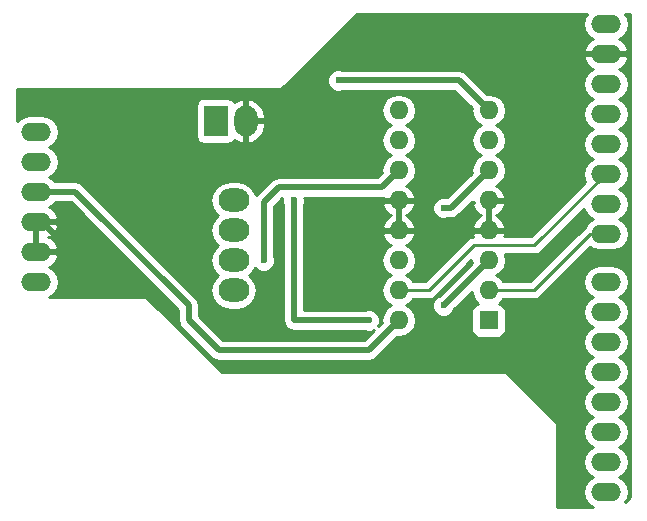
<source format=gbl>
G04 #@! TF.FileFunction,Copper,L2,Bot,Signal*
%FSLAX46Y46*%
G04 Gerber Fmt 4.6, Leading zero omitted, Abs format (unit mm)*
G04 Created by KiCad (PCBNEW 4.0.6) date Wed Jun 28 23:47:14 2017*
%MOMM*%
%LPD*%
G01*
G04 APERTURE LIST*
%ADD10C,0.100000*%
%ADD11O,2.540000X1.524000*%
%ADD12R,1.600000X1.600000*%
%ADD13O,1.600000X1.600000*%
%ADD14O,2.600000X2.000000*%
%ADD15R,2.000000X2.600000*%
%ADD16O,2.000000X2.600000*%
%ADD17C,0.600000*%
%ADD18C,0.508000*%
%ADD19C,0.250000*%
%ADD20C,0.254000*%
G04 APERTURE END LIST*
D10*
D11*
X157251400Y-99606100D03*
X157251400Y-97066100D03*
X157251400Y-94526100D03*
X157251400Y-89446100D03*
X157251400Y-86906100D03*
X205511400Y-117386100D03*
X205511400Y-114846100D03*
X205511400Y-112306100D03*
X205511400Y-109766100D03*
X205511400Y-107226100D03*
X205511400Y-104686100D03*
X205511400Y-102146100D03*
X205511400Y-99606100D03*
X205511400Y-95542100D03*
X205511400Y-93002100D03*
X205511400Y-90462100D03*
X205511400Y-87922100D03*
X205511400Y-85382100D03*
X205511400Y-82842100D03*
X205511400Y-80302100D03*
X205511400Y-77762100D03*
X157251400Y-91986100D03*
D12*
X195580000Y-102870000D03*
D13*
X187960000Y-85090000D03*
X195580000Y-100330000D03*
X187960000Y-87630000D03*
X195580000Y-97790000D03*
X187960000Y-90170000D03*
X195580000Y-95250000D03*
X187960000Y-92710000D03*
X195580000Y-92710000D03*
X187960000Y-95250000D03*
X195580000Y-90170000D03*
X187960000Y-97790000D03*
X195580000Y-87630000D03*
X187960000Y-100330000D03*
X195580000Y-85090000D03*
X187960000Y-102870000D03*
D14*
X173990000Y-100330000D03*
X173990000Y-97790000D03*
X173990000Y-95250000D03*
X173990000Y-92710000D03*
D15*
X172466000Y-85979000D03*
D16*
X175006000Y-85979000D03*
D17*
X179070000Y-92710000D03*
X191770000Y-101600000D03*
X185420000Y-102870000D03*
X191770000Y-93345000D03*
X176530000Y-97790000D03*
X181610000Y-86360000D03*
X179070000Y-88900000D03*
X182880000Y-93980000D03*
X184150000Y-97790000D03*
X162560000Y-86360000D03*
X162560000Y-90170000D03*
X165100000Y-92710000D03*
X161290000Y-97790000D03*
X179705000Y-83820000D03*
X182245000Y-81280000D03*
X187325000Y-81280000D03*
X197485000Y-86360000D03*
X201930000Y-90170000D03*
X201930000Y-86995000D03*
X196215000Y-81915000D03*
X202565000Y-81915000D03*
X200025000Y-97790000D03*
X200025000Y-97790000D03*
X202565000Y-102870000D03*
X199390000Y-107950000D03*
X202565000Y-109220000D03*
X202565000Y-106045000D03*
X202565000Y-99695000D03*
X191135000Y-89535000D03*
X189865000Y-90170000D03*
X191135000Y-90805000D03*
X189865000Y-91440000D03*
X191135000Y-92075000D03*
X189865000Y-92710000D03*
X198120000Y-91440000D03*
X196850000Y-91440000D03*
X198120000Y-92710000D03*
X196850000Y-93980000D03*
X198120000Y-93980000D03*
X198120000Y-95250000D03*
X194310000Y-93980000D03*
X191135000Y-97790000D03*
X189865000Y-97790000D03*
X189865000Y-96520000D03*
X191135000Y-96520000D03*
X191135000Y-95250000D03*
X189865000Y-95250000D03*
X174625000Y-90170000D03*
X177165000Y-85725000D03*
X160020000Y-93980000D03*
X182880000Y-82550000D03*
D18*
X195580000Y-97790000D02*
X191770000Y-101600000D01*
X179070000Y-102870000D02*
X185420000Y-102870000D01*
X179070000Y-92710000D02*
X179070000Y-102870000D01*
D19*
X179070000Y-102870000D02*
X179070000Y-100330000D01*
X179070000Y-100330000D02*
X179070000Y-97790000D01*
D18*
X192405000Y-93345000D02*
X191770000Y-93345000D01*
X195580000Y-90170000D02*
X192405000Y-93345000D01*
X176530000Y-92870000D02*
X176530000Y-97790000D01*
X177800000Y-91600000D02*
X186530000Y-91600000D01*
X186530000Y-91600000D02*
X187960000Y-90170000D01*
X176530000Y-92870000D02*
X177800000Y-91600000D01*
D19*
X173990000Y-97790000D02*
X174290000Y-97790000D01*
X195580000Y-100330000D02*
X199390000Y-100330000D01*
X204177900Y-95542100D02*
X205511400Y-95542100D01*
X199390000Y-100330000D02*
X204177900Y-95542100D01*
X187960000Y-100330000D02*
X190500000Y-100330000D01*
X199453500Y-96520000D02*
X205511400Y-90462100D01*
X194310000Y-96520000D02*
X199453500Y-96520000D01*
X190500000Y-100330000D02*
X194310000Y-96520000D01*
D18*
X172720000Y-105410000D02*
X185420000Y-105410000D01*
X185420000Y-105410000D02*
X187960000Y-102870000D01*
X170180000Y-102870000D02*
X172720000Y-105410000D01*
X170180000Y-101600000D02*
X170180000Y-102870000D01*
X160566100Y-91986100D02*
X170180000Y-101600000D01*
X157251400Y-91986100D02*
X160566100Y-91986100D01*
X181610000Y-86360000D02*
X181610000Y-85090000D01*
X181610000Y-85090000D02*
X182117990Y-85597990D01*
X179705000Y-83820000D02*
X179705000Y-88265000D01*
X179705000Y-88265000D02*
X179070000Y-88900000D01*
X184150000Y-97790000D02*
X184150000Y-95250000D01*
X184150000Y-95250000D02*
X182880000Y-93980000D01*
X165100000Y-92710000D02*
X162560000Y-90170000D01*
X157251400Y-94526100D02*
X157759400Y-94526100D01*
X157759400Y-94526100D02*
X161023300Y-97790000D01*
X161023300Y-97790000D02*
X161290000Y-97790000D01*
X187325000Y-81280000D02*
X182245000Y-81280000D01*
X182245000Y-81280000D02*
X179705000Y-83820000D01*
X196215000Y-81915000D02*
X195580000Y-81280000D01*
X195580000Y-81280000D02*
X187325000Y-81280000D01*
X201930000Y-86995000D02*
X201930000Y-90170000D01*
X202565000Y-81915000D02*
X196215000Y-81915000D01*
X202565000Y-99695000D02*
X202565000Y-102870000D01*
X202565000Y-106045000D02*
X202565000Y-102870000D01*
X202565000Y-109220000D02*
X200660000Y-109220000D01*
X200660000Y-109220000D02*
X199390000Y-107950000D01*
X202565000Y-109220000D02*
X200025000Y-109220000D01*
X189865000Y-90170000D02*
X190500000Y-90170000D01*
X190500000Y-90170000D02*
X191135000Y-89535000D01*
X189865000Y-91440000D02*
X190500000Y-91440000D01*
X190500000Y-91440000D02*
X191135000Y-90805000D01*
X189865000Y-92710000D02*
X190500000Y-92710000D01*
X190500000Y-92710000D02*
X191135000Y-92075000D01*
X196850000Y-91440000D02*
X198120000Y-91440000D01*
X198120000Y-92710000D02*
X197485000Y-92075000D01*
X197485000Y-92075000D02*
X196850000Y-91440000D01*
X198120000Y-93980000D02*
X196850000Y-93980000D01*
X189865000Y-97790000D02*
X191135000Y-97790000D01*
X191135000Y-96520000D02*
X189865000Y-96520000D01*
X189865000Y-95250000D02*
X191135000Y-95250000D01*
X175006000Y-85979000D02*
X175006000Y-89789000D01*
X175006000Y-89789000D02*
X174625000Y-90170000D01*
D19*
X157251400Y-94526100D02*
X159473900Y-94526100D01*
X159473900Y-94526100D02*
X160020000Y-93980000D01*
D18*
X184150000Y-82550000D02*
X182880000Y-82550000D01*
X193040000Y-82550000D02*
X195580000Y-85090000D01*
X184150000Y-82550000D02*
X193040000Y-82550000D01*
D20*
G36*
X203675419Y-77227491D02*
X203569079Y-77762100D01*
X203675419Y-78296709D01*
X203978251Y-78749928D01*
X204414513Y-79041430D01*
X204351459Y-79060041D01*
X203925770Y-79404074D01*
X203664140Y-79884823D01*
X203649180Y-79959030D01*
X203771680Y-80175100D01*
X205384400Y-80175100D01*
X205384400Y-80155100D01*
X205638400Y-80155100D01*
X205638400Y-80175100D01*
X207251120Y-80175100D01*
X207373620Y-79959030D01*
X207358660Y-79884823D01*
X207097030Y-79404074D01*
X206671341Y-79060041D01*
X206608287Y-79041430D01*
X207044549Y-78749928D01*
X207347381Y-78296709D01*
X207453721Y-77762100D01*
X207347381Y-77227491D01*
X207135240Y-76910000D01*
X207570000Y-76910000D01*
X207570000Y-117815908D01*
X207110133Y-118275775D01*
X207347381Y-117920709D01*
X207453721Y-117386100D01*
X207347381Y-116851491D01*
X207044549Y-116398272D01*
X206622250Y-116116100D01*
X207044549Y-115833928D01*
X207347381Y-115380709D01*
X207453721Y-114846100D01*
X207347381Y-114311491D01*
X207044549Y-113858272D01*
X206622250Y-113576100D01*
X207044549Y-113293928D01*
X207347381Y-112840709D01*
X207453721Y-112306100D01*
X207347381Y-111771491D01*
X207044549Y-111318272D01*
X206622250Y-111036100D01*
X207044549Y-110753928D01*
X207347381Y-110300709D01*
X207453721Y-109766100D01*
X207347381Y-109231491D01*
X207044549Y-108778272D01*
X206622250Y-108496100D01*
X207044549Y-108213928D01*
X207347381Y-107760709D01*
X207453721Y-107226100D01*
X207347381Y-106691491D01*
X207044549Y-106238272D01*
X206622250Y-105956100D01*
X207044549Y-105673928D01*
X207347381Y-105220709D01*
X207453721Y-104686100D01*
X207347381Y-104151491D01*
X207044549Y-103698272D01*
X206622250Y-103416100D01*
X207044549Y-103133928D01*
X207347381Y-102680709D01*
X207453721Y-102146100D01*
X207347381Y-101611491D01*
X207044549Y-101158272D01*
X206622250Y-100876100D01*
X207044549Y-100593928D01*
X207347381Y-100140709D01*
X207453721Y-99606100D01*
X207347381Y-99071491D01*
X207044549Y-98618272D01*
X206591330Y-98315440D01*
X206056721Y-98209100D01*
X204966079Y-98209100D01*
X204431470Y-98315440D01*
X203978251Y-98618272D01*
X203675419Y-99071491D01*
X203569079Y-99606100D01*
X203675419Y-100140709D01*
X203978251Y-100593928D01*
X204400550Y-100876100D01*
X203978251Y-101158272D01*
X203675419Y-101611491D01*
X203569079Y-102146100D01*
X203675419Y-102680709D01*
X203978251Y-103133928D01*
X204400550Y-103416100D01*
X203978251Y-103698272D01*
X203675419Y-104151491D01*
X203569079Y-104686100D01*
X203675419Y-105220709D01*
X203978251Y-105673928D01*
X204400550Y-105956100D01*
X203978251Y-106238272D01*
X203675419Y-106691491D01*
X203569079Y-107226100D01*
X203675419Y-107760709D01*
X203978251Y-108213928D01*
X204400550Y-108496100D01*
X203978251Y-108778272D01*
X203675419Y-109231491D01*
X203569079Y-109766100D01*
X203675419Y-110300709D01*
X203978251Y-110753928D01*
X204400550Y-111036100D01*
X203978251Y-111318272D01*
X203675419Y-111771491D01*
X203569079Y-112306100D01*
X203675419Y-112840709D01*
X203978251Y-113293928D01*
X204400550Y-113576100D01*
X203978251Y-113858272D01*
X203675419Y-114311491D01*
X203569079Y-114846100D01*
X203675419Y-115380709D01*
X203978251Y-115833928D01*
X204400550Y-116116100D01*
X203978251Y-116398272D01*
X203675419Y-116851491D01*
X203569079Y-117386100D01*
X203675419Y-117920709D01*
X203978251Y-118373928D01*
X204421353Y-118670000D01*
X201370000Y-118670000D01*
X201370000Y-111760000D01*
X201315954Y-111488295D01*
X201162046Y-111257954D01*
X197352046Y-107447954D01*
X197121705Y-107294046D01*
X196850000Y-107240000D01*
X173014092Y-107240000D01*
X166872046Y-101097954D01*
X166641705Y-100944046D01*
X166370000Y-100890000D01*
X158341447Y-100890000D01*
X158784549Y-100593928D01*
X159087381Y-100140709D01*
X159193721Y-99606100D01*
X159087381Y-99071491D01*
X158784549Y-98618272D01*
X158348287Y-98326770D01*
X158411341Y-98308159D01*
X158837030Y-97964126D01*
X159098660Y-97483377D01*
X159113620Y-97409170D01*
X158991120Y-97193100D01*
X157378400Y-97193100D01*
X157378400Y-97213100D01*
X157124400Y-97213100D01*
X157124400Y-97193100D01*
X157104400Y-97193100D01*
X157104400Y-96939100D01*
X157124400Y-96939100D01*
X157124400Y-94653100D01*
X157378400Y-94653100D01*
X157378400Y-96939100D01*
X158991120Y-96939100D01*
X159113620Y-96723030D01*
X159098660Y-96648823D01*
X158837030Y-96168074D01*
X158411341Y-95824041D01*
X158316677Y-95796100D01*
X158411341Y-95768159D01*
X158837030Y-95424126D01*
X159098660Y-94943377D01*
X159113620Y-94869170D01*
X158991120Y-94653100D01*
X157378400Y-94653100D01*
X157124400Y-94653100D01*
X157104400Y-94653100D01*
X157104400Y-94399100D01*
X157124400Y-94399100D01*
X157124400Y-94379100D01*
X157378400Y-94379100D01*
X157378400Y-94399100D01*
X158991120Y-94399100D01*
X159113620Y-94183030D01*
X159098660Y-94108823D01*
X158837030Y-93628074D01*
X158411341Y-93284041D01*
X158348287Y-93265430D01*
X158784549Y-92973928D01*
X158850584Y-92875100D01*
X160197864Y-92875100D01*
X169291000Y-101968236D01*
X169291000Y-102870000D01*
X169358671Y-103210206D01*
X169482441Y-103395440D01*
X169551382Y-103498618D01*
X172091382Y-106038618D01*
X172379794Y-106231329D01*
X172720000Y-106299000D01*
X185420000Y-106299000D01*
X185760206Y-106231329D01*
X186048618Y-106038618D01*
X187807065Y-104280171D01*
X187931887Y-104305000D01*
X187988113Y-104305000D01*
X188537264Y-104195767D01*
X189002811Y-103884698D01*
X189313880Y-103419151D01*
X189423113Y-102870000D01*
X189313880Y-102320849D01*
X189002811Y-101855302D01*
X188620725Y-101600000D01*
X189002811Y-101344698D01*
X189172995Y-101090000D01*
X190500000Y-101090000D01*
X190790839Y-101032148D01*
X191037401Y-100867401D01*
X194117405Y-97787397D01*
X194116887Y-97790000D01*
X194151044Y-97961720D01*
X191351526Y-100761238D01*
X191241057Y-100806883D01*
X190977808Y-101069673D01*
X190835162Y-101413201D01*
X190834838Y-101785167D01*
X190976883Y-102128943D01*
X191239673Y-102392192D01*
X191583201Y-102534838D01*
X191955167Y-102535162D01*
X192298943Y-102393117D01*
X192562192Y-102130327D01*
X192608549Y-102018687D01*
X194146809Y-100480427D01*
X194226120Y-100879151D01*
X194537189Y-101344698D01*
X194681465Y-101441101D01*
X194544683Y-101466838D01*
X194328559Y-101605910D01*
X194183569Y-101818110D01*
X194132560Y-102070000D01*
X194132560Y-103670000D01*
X194176838Y-103905317D01*
X194315910Y-104121441D01*
X194528110Y-104266431D01*
X194780000Y-104317440D01*
X196380000Y-104317440D01*
X196615317Y-104273162D01*
X196831441Y-104134090D01*
X196976431Y-103921890D01*
X197027440Y-103670000D01*
X197027440Y-102070000D01*
X196983162Y-101834683D01*
X196844090Y-101618559D01*
X196631890Y-101473569D01*
X196476911Y-101442185D01*
X196622811Y-101344698D01*
X196792995Y-101090000D01*
X199390000Y-101090000D01*
X199680839Y-101032148D01*
X199927401Y-100867401D01*
X204150069Y-96644733D01*
X204431470Y-96832760D01*
X204966079Y-96939100D01*
X206056721Y-96939100D01*
X206591330Y-96832760D01*
X207044549Y-96529928D01*
X207347381Y-96076709D01*
X207453721Y-95542100D01*
X207347381Y-95007491D01*
X207044549Y-94554272D01*
X206622250Y-94272100D01*
X207044549Y-93989928D01*
X207347381Y-93536709D01*
X207453721Y-93002100D01*
X207347381Y-92467491D01*
X207044549Y-92014272D01*
X206622250Y-91732100D01*
X207044549Y-91449928D01*
X207347381Y-90996709D01*
X207453721Y-90462100D01*
X207347381Y-89927491D01*
X207044549Y-89474272D01*
X206622250Y-89192100D01*
X207044549Y-88909928D01*
X207347381Y-88456709D01*
X207453721Y-87922100D01*
X207347381Y-87387491D01*
X207044549Y-86934272D01*
X206622250Y-86652100D01*
X207044549Y-86369928D01*
X207347381Y-85916709D01*
X207453721Y-85382100D01*
X207347381Y-84847491D01*
X207044549Y-84394272D01*
X206622250Y-84112100D01*
X207044549Y-83829928D01*
X207347381Y-83376709D01*
X207453721Y-82842100D01*
X207347381Y-82307491D01*
X207044549Y-81854272D01*
X206608287Y-81562770D01*
X206671341Y-81544159D01*
X207097030Y-81200126D01*
X207358660Y-80719377D01*
X207373620Y-80645170D01*
X207251120Y-80429100D01*
X205638400Y-80429100D01*
X205638400Y-80449100D01*
X205384400Y-80449100D01*
X205384400Y-80429100D01*
X203771680Y-80429100D01*
X203649180Y-80645170D01*
X203664140Y-80719377D01*
X203925770Y-81200126D01*
X204351459Y-81544159D01*
X204414513Y-81562770D01*
X203978251Y-81854272D01*
X203675419Y-82307491D01*
X203569079Y-82842100D01*
X203675419Y-83376709D01*
X203978251Y-83829928D01*
X204400550Y-84112100D01*
X203978251Y-84394272D01*
X203675419Y-84847491D01*
X203569079Y-85382100D01*
X203675419Y-85916709D01*
X203978251Y-86369928D01*
X204400550Y-86652100D01*
X203978251Y-86934272D01*
X203675419Y-87387491D01*
X203569079Y-87922100D01*
X203675419Y-88456709D01*
X203978251Y-88909928D01*
X204400550Y-89192100D01*
X203978251Y-89474272D01*
X203675419Y-89927491D01*
X203569079Y-90462100D01*
X203675419Y-90996709D01*
X203766170Y-91132528D01*
X199138698Y-95760000D01*
X196905236Y-95760000D01*
X196971904Y-95599039D01*
X196849915Y-95377000D01*
X195707000Y-95377000D01*
X195707000Y-95397000D01*
X195453000Y-95397000D01*
X195453000Y-95377000D01*
X194310085Y-95377000D01*
X194188096Y-95599039D01*
X194258968Y-95770151D01*
X194019161Y-95817852D01*
X193772599Y-95982599D01*
X190185198Y-99570000D01*
X189172995Y-99570000D01*
X189002811Y-99315302D01*
X188620725Y-99060000D01*
X189002811Y-98804698D01*
X189313880Y-98339151D01*
X189423113Y-97790000D01*
X189313880Y-97240849D01*
X189002811Y-96775302D01*
X188598297Y-96505014D01*
X188815134Y-96402389D01*
X189191041Y-95987423D01*
X189351904Y-95599039D01*
X189229915Y-95377000D01*
X188087000Y-95377000D01*
X188087000Y-95397000D01*
X187833000Y-95397000D01*
X187833000Y-95377000D01*
X186690085Y-95377000D01*
X186568096Y-95599039D01*
X186728959Y-95987423D01*
X187104866Y-96402389D01*
X187321703Y-96505014D01*
X186917189Y-96775302D01*
X186606120Y-97240849D01*
X186496887Y-97790000D01*
X186606120Y-98339151D01*
X186917189Y-98804698D01*
X187299275Y-99060000D01*
X186917189Y-99315302D01*
X186606120Y-99780849D01*
X186496887Y-100330000D01*
X186606120Y-100879151D01*
X186917189Y-101344698D01*
X187299275Y-101600000D01*
X186917189Y-101855302D01*
X186606120Y-102320849D01*
X186496887Y-102870000D01*
X186531044Y-103041720D01*
X186240422Y-103332342D01*
X186354838Y-103056799D01*
X186355162Y-102684833D01*
X186213117Y-102341057D01*
X185950327Y-102077808D01*
X185606799Y-101935162D01*
X185234833Y-101934838D01*
X185123112Y-101981000D01*
X179959000Y-101981000D01*
X179959000Y-93059039D01*
X186568096Y-93059039D01*
X186728959Y-93447423D01*
X187104866Y-93862389D01*
X187353367Y-93980000D01*
X187104866Y-94097611D01*
X186728959Y-94512577D01*
X186568096Y-94900961D01*
X186690085Y-95123000D01*
X187833000Y-95123000D01*
X187833000Y-92837000D01*
X188087000Y-92837000D01*
X188087000Y-95123000D01*
X189229915Y-95123000D01*
X189351904Y-94900961D01*
X189191041Y-94512577D01*
X188815134Y-94097611D01*
X188566633Y-93980000D01*
X188815134Y-93862389D01*
X189191041Y-93447423D01*
X189351904Y-93059039D01*
X189229915Y-92837000D01*
X188087000Y-92837000D01*
X187833000Y-92837000D01*
X186690085Y-92837000D01*
X186568096Y-93059039D01*
X179959000Y-93059039D01*
X179959000Y-93007189D01*
X180004838Y-92896799D01*
X180005162Y-92524833D01*
X179990356Y-92489000D01*
X186530000Y-92489000D01*
X186627758Y-92469555D01*
X186690085Y-92583000D01*
X187833000Y-92583000D01*
X187833000Y-92563000D01*
X188087000Y-92563000D01*
X188087000Y-92583000D01*
X189229915Y-92583000D01*
X189351904Y-92360961D01*
X189191041Y-91972577D01*
X188815134Y-91557611D01*
X188598297Y-91454986D01*
X189002811Y-91184698D01*
X189313880Y-90719151D01*
X189423113Y-90170000D01*
X189313880Y-89620849D01*
X189002811Y-89155302D01*
X188620725Y-88900000D01*
X189002811Y-88644698D01*
X189313880Y-88179151D01*
X189423113Y-87630000D01*
X189313880Y-87080849D01*
X189002811Y-86615302D01*
X188620725Y-86360000D01*
X189002811Y-86104698D01*
X189313880Y-85639151D01*
X189423113Y-85090000D01*
X189313880Y-84540849D01*
X189002811Y-84075302D01*
X188537264Y-83764233D01*
X187988113Y-83655000D01*
X187931887Y-83655000D01*
X187382736Y-83764233D01*
X186917189Y-84075302D01*
X186606120Y-84540849D01*
X186496887Y-85090000D01*
X186606120Y-85639151D01*
X186917189Y-86104698D01*
X187299275Y-86360000D01*
X186917189Y-86615302D01*
X186606120Y-87080849D01*
X186496887Y-87630000D01*
X186606120Y-88179151D01*
X186917189Y-88644698D01*
X187299275Y-88900000D01*
X186917189Y-89155302D01*
X186606120Y-89620849D01*
X186496887Y-90170000D01*
X186531044Y-90341720D01*
X186161764Y-90711000D01*
X177800000Y-90711000D01*
X177459794Y-90778671D01*
X177171382Y-90971382D01*
X175901382Y-92241382D01*
X175876964Y-92277926D01*
X175838452Y-92084313D01*
X175484029Y-91553880D01*
X174953596Y-91199457D01*
X174327909Y-91075000D01*
X173652091Y-91075000D01*
X173026404Y-91199457D01*
X172495971Y-91553880D01*
X172141548Y-92084313D01*
X172017091Y-92710000D01*
X172141548Y-93335687D01*
X172495971Y-93866120D01*
X172666405Y-93980000D01*
X172495971Y-94093880D01*
X172141548Y-94624313D01*
X172017091Y-95250000D01*
X172141548Y-95875687D01*
X172495971Y-96406120D01*
X172666405Y-96520000D01*
X172495971Y-96633880D01*
X172141548Y-97164313D01*
X172017091Y-97790000D01*
X172141548Y-98415687D01*
X172495971Y-98946120D01*
X172666405Y-99060000D01*
X172495971Y-99173880D01*
X172141548Y-99704313D01*
X172017091Y-100330000D01*
X172141548Y-100955687D01*
X172495971Y-101486120D01*
X173026404Y-101840543D01*
X173652091Y-101965000D01*
X174327909Y-101965000D01*
X174953596Y-101840543D01*
X175484029Y-101486120D01*
X175838452Y-100955687D01*
X175962909Y-100330000D01*
X175838452Y-99704313D01*
X175484029Y-99173880D01*
X175313595Y-99060000D01*
X175484029Y-98946120D01*
X175836450Y-98418684D01*
X175999673Y-98582192D01*
X176343201Y-98724838D01*
X176715167Y-98725162D01*
X177058943Y-98583117D01*
X177322192Y-98320327D01*
X177464838Y-97976799D01*
X177465162Y-97604833D01*
X177419000Y-97493112D01*
X177419000Y-93238236D01*
X178135962Y-92521274D01*
X178135162Y-92523201D01*
X178134838Y-92895167D01*
X178181000Y-93006888D01*
X178181000Y-102870000D01*
X178248671Y-103210206D01*
X178441382Y-103498618D01*
X178729794Y-103691329D01*
X179070000Y-103759000D01*
X185122811Y-103759000D01*
X185233201Y-103804838D01*
X185605167Y-103805162D01*
X185881977Y-103690787D01*
X185051764Y-104521000D01*
X173088236Y-104521000D01*
X171069000Y-102501764D01*
X171069000Y-101600000D01*
X171001329Y-101259794D01*
X170808618Y-100971382D01*
X161194718Y-91357482D01*
X161048519Y-91259795D01*
X160906306Y-91164771D01*
X160566100Y-91097100D01*
X158850584Y-91097100D01*
X158784549Y-90998272D01*
X158362250Y-90716100D01*
X158784549Y-90433928D01*
X159087381Y-89980709D01*
X159193721Y-89446100D01*
X159087381Y-88911491D01*
X158784549Y-88458272D01*
X158362250Y-88176100D01*
X158784549Y-87893928D01*
X159087381Y-87440709D01*
X159193721Y-86906100D01*
X159087381Y-86371491D01*
X158784549Y-85918272D01*
X158331330Y-85615440D01*
X157796721Y-85509100D01*
X156706079Y-85509100D01*
X156171470Y-85615440D01*
X155718251Y-85918272D01*
X155650000Y-86020417D01*
X155650000Y-84679000D01*
X170818560Y-84679000D01*
X170818560Y-87279000D01*
X170862838Y-87514317D01*
X171001910Y-87730441D01*
X171214110Y-87875431D01*
X171466000Y-87926440D01*
X173466000Y-87926440D01*
X173701317Y-87882162D01*
X173917441Y-87743090D01*
X174031349Y-87576380D01*
X174497645Y-87838144D01*
X174625566Y-87869124D01*
X174879000Y-87749777D01*
X174879000Y-86106000D01*
X175133000Y-86106000D01*
X175133000Y-87749777D01*
X175386434Y-87869124D01*
X175514355Y-87838144D01*
X176072317Y-87524922D01*
X176467942Y-87022020D01*
X176641000Y-86406000D01*
X176641000Y-86106000D01*
X175133000Y-86106000D01*
X174879000Y-86106000D01*
X174859000Y-86106000D01*
X174859000Y-85852000D01*
X174879000Y-85852000D01*
X174879000Y-84208223D01*
X175133000Y-84208223D01*
X175133000Y-85852000D01*
X176641000Y-85852000D01*
X176641000Y-85552000D01*
X176467942Y-84935980D01*
X176072317Y-84433078D01*
X175514355Y-84119856D01*
X175386434Y-84088876D01*
X175133000Y-84208223D01*
X174879000Y-84208223D01*
X174625566Y-84088876D01*
X174497645Y-84119856D01*
X174029789Y-84382495D01*
X173930090Y-84227559D01*
X173717890Y-84082569D01*
X173466000Y-84031560D01*
X171466000Y-84031560D01*
X171230683Y-84075838D01*
X171014559Y-84214910D01*
X170869569Y-84427110D01*
X170818560Y-84679000D01*
X155650000Y-84679000D01*
X155650000Y-83260000D01*
X177800000Y-83260000D01*
X178071705Y-83205954D01*
X178302046Y-83052046D01*
X178618925Y-82735167D01*
X181944838Y-82735167D01*
X182086883Y-83078943D01*
X182349673Y-83342192D01*
X182693201Y-83484838D01*
X183065167Y-83485162D01*
X183176888Y-83439000D01*
X192671764Y-83439000D01*
X194151044Y-84918280D01*
X194116887Y-85090000D01*
X194226120Y-85639151D01*
X194537189Y-86104698D01*
X194919275Y-86360000D01*
X194537189Y-86615302D01*
X194226120Y-87080849D01*
X194116887Y-87630000D01*
X194226120Y-88179151D01*
X194537189Y-88644698D01*
X194919275Y-88900000D01*
X194537189Y-89155302D01*
X194226120Y-89620849D01*
X194116887Y-90170000D01*
X194151044Y-90341720D01*
X192045691Y-92447073D01*
X191956799Y-92410162D01*
X191584833Y-92409838D01*
X191241057Y-92551883D01*
X190977808Y-92814673D01*
X190835162Y-93158201D01*
X190834838Y-93530167D01*
X190976883Y-93873943D01*
X191239673Y-94137192D01*
X191583201Y-94279838D01*
X191955167Y-94280162D01*
X192066888Y-94234000D01*
X192405000Y-94234000D01*
X192745206Y-94166329D01*
X193033618Y-93973618D01*
X194170234Y-92837002D01*
X194310084Y-92837002D01*
X194188096Y-93059039D01*
X194348959Y-93447423D01*
X194724866Y-93862389D01*
X194973367Y-93980000D01*
X194724866Y-94097611D01*
X194348959Y-94512577D01*
X194188096Y-94900961D01*
X194310085Y-95123000D01*
X195453000Y-95123000D01*
X195453000Y-92837000D01*
X195707000Y-92837000D01*
X195707000Y-95123000D01*
X196849915Y-95123000D01*
X196971904Y-94900961D01*
X196811041Y-94512577D01*
X196435134Y-94097611D01*
X196186633Y-93980000D01*
X196435134Y-93862389D01*
X196811041Y-93447423D01*
X196971904Y-93059039D01*
X196849915Y-92837000D01*
X195707000Y-92837000D01*
X195453000Y-92837000D01*
X195433000Y-92837000D01*
X195433000Y-92583000D01*
X195453000Y-92583000D01*
X195453000Y-92563000D01*
X195707000Y-92563000D01*
X195707000Y-92583000D01*
X196849915Y-92583000D01*
X196971904Y-92360961D01*
X196811041Y-91972577D01*
X196435134Y-91557611D01*
X196218297Y-91454986D01*
X196622811Y-91184698D01*
X196933880Y-90719151D01*
X197043113Y-90170000D01*
X196933880Y-89620849D01*
X196622811Y-89155302D01*
X196240725Y-88900000D01*
X196622811Y-88644698D01*
X196933880Y-88179151D01*
X197043113Y-87630000D01*
X196933880Y-87080849D01*
X196622811Y-86615302D01*
X196240725Y-86360000D01*
X196622811Y-86104698D01*
X196933880Y-85639151D01*
X197043113Y-85090000D01*
X196933880Y-84540849D01*
X196622811Y-84075302D01*
X196157264Y-83764233D01*
X195608113Y-83655000D01*
X195551887Y-83655000D01*
X195427065Y-83679829D01*
X193668618Y-81921382D01*
X193546821Y-81840000D01*
X193380206Y-81728671D01*
X193040000Y-81661000D01*
X183177189Y-81661000D01*
X183066799Y-81615162D01*
X182694833Y-81614838D01*
X182351057Y-81756883D01*
X182087808Y-82019673D01*
X181945162Y-82363201D01*
X181944838Y-82735167D01*
X178618925Y-82735167D01*
X184444092Y-76910000D01*
X203887560Y-76910000D01*
X203675419Y-77227491D01*
X203675419Y-77227491D01*
G37*
X203675419Y-77227491D02*
X203569079Y-77762100D01*
X203675419Y-78296709D01*
X203978251Y-78749928D01*
X204414513Y-79041430D01*
X204351459Y-79060041D01*
X203925770Y-79404074D01*
X203664140Y-79884823D01*
X203649180Y-79959030D01*
X203771680Y-80175100D01*
X205384400Y-80175100D01*
X205384400Y-80155100D01*
X205638400Y-80155100D01*
X205638400Y-80175100D01*
X207251120Y-80175100D01*
X207373620Y-79959030D01*
X207358660Y-79884823D01*
X207097030Y-79404074D01*
X206671341Y-79060041D01*
X206608287Y-79041430D01*
X207044549Y-78749928D01*
X207347381Y-78296709D01*
X207453721Y-77762100D01*
X207347381Y-77227491D01*
X207135240Y-76910000D01*
X207570000Y-76910000D01*
X207570000Y-117815908D01*
X207110133Y-118275775D01*
X207347381Y-117920709D01*
X207453721Y-117386100D01*
X207347381Y-116851491D01*
X207044549Y-116398272D01*
X206622250Y-116116100D01*
X207044549Y-115833928D01*
X207347381Y-115380709D01*
X207453721Y-114846100D01*
X207347381Y-114311491D01*
X207044549Y-113858272D01*
X206622250Y-113576100D01*
X207044549Y-113293928D01*
X207347381Y-112840709D01*
X207453721Y-112306100D01*
X207347381Y-111771491D01*
X207044549Y-111318272D01*
X206622250Y-111036100D01*
X207044549Y-110753928D01*
X207347381Y-110300709D01*
X207453721Y-109766100D01*
X207347381Y-109231491D01*
X207044549Y-108778272D01*
X206622250Y-108496100D01*
X207044549Y-108213928D01*
X207347381Y-107760709D01*
X207453721Y-107226100D01*
X207347381Y-106691491D01*
X207044549Y-106238272D01*
X206622250Y-105956100D01*
X207044549Y-105673928D01*
X207347381Y-105220709D01*
X207453721Y-104686100D01*
X207347381Y-104151491D01*
X207044549Y-103698272D01*
X206622250Y-103416100D01*
X207044549Y-103133928D01*
X207347381Y-102680709D01*
X207453721Y-102146100D01*
X207347381Y-101611491D01*
X207044549Y-101158272D01*
X206622250Y-100876100D01*
X207044549Y-100593928D01*
X207347381Y-100140709D01*
X207453721Y-99606100D01*
X207347381Y-99071491D01*
X207044549Y-98618272D01*
X206591330Y-98315440D01*
X206056721Y-98209100D01*
X204966079Y-98209100D01*
X204431470Y-98315440D01*
X203978251Y-98618272D01*
X203675419Y-99071491D01*
X203569079Y-99606100D01*
X203675419Y-100140709D01*
X203978251Y-100593928D01*
X204400550Y-100876100D01*
X203978251Y-101158272D01*
X203675419Y-101611491D01*
X203569079Y-102146100D01*
X203675419Y-102680709D01*
X203978251Y-103133928D01*
X204400550Y-103416100D01*
X203978251Y-103698272D01*
X203675419Y-104151491D01*
X203569079Y-104686100D01*
X203675419Y-105220709D01*
X203978251Y-105673928D01*
X204400550Y-105956100D01*
X203978251Y-106238272D01*
X203675419Y-106691491D01*
X203569079Y-107226100D01*
X203675419Y-107760709D01*
X203978251Y-108213928D01*
X204400550Y-108496100D01*
X203978251Y-108778272D01*
X203675419Y-109231491D01*
X203569079Y-109766100D01*
X203675419Y-110300709D01*
X203978251Y-110753928D01*
X204400550Y-111036100D01*
X203978251Y-111318272D01*
X203675419Y-111771491D01*
X203569079Y-112306100D01*
X203675419Y-112840709D01*
X203978251Y-113293928D01*
X204400550Y-113576100D01*
X203978251Y-113858272D01*
X203675419Y-114311491D01*
X203569079Y-114846100D01*
X203675419Y-115380709D01*
X203978251Y-115833928D01*
X204400550Y-116116100D01*
X203978251Y-116398272D01*
X203675419Y-116851491D01*
X203569079Y-117386100D01*
X203675419Y-117920709D01*
X203978251Y-118373928D01*
X204421353Y-118670000D01*
X201370000Y-118670000D01*
X201370000Y-111760000D01*
X201315954Y-111488295D01*
X201162046Y-111257954D01*
X197352046Y-107447954D01*
X197121705Y-107294046D01*
X196850000Y-107240000D01*
X173014092Y-107240000D01*
X166872046Y-101097954D01*
X166641705Y-100944046D01*
X166370000Y-100890000D01*
X158341447Y-100890000D01*
X158784549Y-100593928D01*
X159087381Y-100140709D01*
X159193721Y-99606100D01*
X159087381Y-99071491D01*
X158784549Y-98618272D01*
X158348287Y-98326770D01*
X158411341Y-98308159D01*
X158837030Y-97964126D01*
X159098660Y-97483377D01*
X159113620Y-97409170D01*
X158991120Y-97193100D01*
X157378400Y-97193100D01*
X157378400Y-97213100D01*
X157124400Y-97213100D01*
X157124400Y-97193100D01*
X157104400Y-97193100D01*
X157104400Y-96939100D01*
X157124400Y-96939100D01*
X157124400Y-94653100D01*
X157378400Y-94653100D01*
X157378400Y-96939100D01*
X158991120Y-96939100D01*
X159113620Y-96723030D01*
X159098660Y-96648823D01*
X158837030Y-96168074D01*
X158411341Y-95824041D01*
X158316677Y-95796100D01*
X158411341Y-95768159D01*
X158837030Y-95424126D01*
X159098660Y-94943377D01*
X159113620Y-94869170D01*
X158991120Y-94653100D01*
X157378400Y-94653100D01*
X157124400Y-94653100D01*
X157104400Y-94653100D01*
X157104400Y-94399100D01*
X157124400Y-94399100D01*
X157124400Y-94379100D01*
X157378400Y-94379100D01*
X157378400Y-94399100D01*
X158991120Y-94399100D01*
X159113620Y-94183030D01*
X159098660Y-94108823D01*
X158837030Y-93628074D01*
X158411341Y-93284041D01*
X158348287Y-93265430D01*
X158784549Y-92973928D01*
X158850584Y-92875100D01*
X160197864Y-92875100D01*
X169291000Y-101968236D01*
X169291000Y-102870000D01*
X169358671Y-103210206D01*
X169482441Y-103395440D01*
X169551382Y-103498618D01*
X172091382Y-106038618D01*
X172379794Y-106231329D01*
X172720000Y-106299000D01*
X185420000Y-106299000D01*
X185760206Y-106231329D01*
X186048618Y-106038618D01*
X187807065Y-104280171D01*
X187931887Y-104305000D01*
X187988113Y-104305000D01*
X188537264Y-104195767D01*
X189002811Y-103884698D01*
X189313880Y-103419151D01*
X189423113Y-102870000D01*
X189313880Y-102320849D01*
X189002811Y-101855302D01*
X188620725Y-101600000D01*
X189002811Y-101344698D01*
X189172995Y-101090000D01*
X190500000Y-101090000D01*
X190790839Y-101032148D01*
X191037401Y-100867401D01*
X194117405Y-97787397D01*
X194116887Y-97790000D01*
X194151044Y-97961720D01*
X191351526Y-100761238D01*
X191241057Y-100806883D01*
X190977808Y-101069673D01*
X190835162Y-101413201D01*
X190834838Y-101785167D01*
X190976883Y-102128943D01*
X191239673Y-102392192D01*
X191583201Y-102534838D01*
X191955167Y-102535162D01*
X192298943Y-102393117D01*
X192562192Y-102130327D01*
X192608549Y-102018687D01*
X194146809Y-100480427D01*
X194226120Y-100879151D01*
X194537189Y-101344698D01*
X194681465Y-101441101D01*
X194544683Y-101466838D01*
X194328559Y-101605910D01*
X194183569Y-101818110D01*
X194132560Y-102070000D01*
X194132560Y-103670000D01*
X194176838Y-103905317D01*
X194315910Y-104121441D01*
X194528110Y-104266431D01*
X194780000Y-104317440D01*
X196380000Y-104317440D01*
X196615317Y-104273162D01*
X196831441Y-104134090D01*
X196976431Y-103921890D01*
X197027440Y-103670000D01*
X197027440Y-102070000D01*
X196983162Y-101834683D01*
X196844090Y-101618559D01*
X196631890Y-101473569D01*
X196476911Y-101442185D01*
X196622811Y-101344698D01*
X196792995Y-101090000D01*
X199390000Y-101090000D01*
X199680839Y-101032148D01*
X199927401Y-100867401D01*
X204150069Y-96644733D01*
X204431470Y-96832760D01*
X204966079Y-96939100D01*
X206056721Y-96939100D01*
X206591330Y-96832760D01*
X207044549Y-96529928D01*
X207347381Y-96076709D01*
X207453721Y-95542100D01*
X207347381Y-95007491D01*
X207044549Y-94554272D01*
X206622250Y-94272100D01*
X207044549Y-93989928D01*
X207347381Y-93536709D01*
X207453721Y-93002100D01*
X207347381Y-92467491D01*
X207044549Y-92014272D01*
X206622250Y-91732100D01*
X207044549Y-91449928D01*
X207347381Y-90996709D01*
X207453721Y-90462100D01*
X207347381Y-89927491D01*
X207044549Y-89474272D01*
X206622250Y-89192100D01*
X207044549Y-88909928D01*
X207347381Y-88456709D01*
X207453721Y-87922100D01*
X207347381Y-87387491D01*
X207044549Y-86934272D01*
X206622250Y-86652100D01*
X207044549Y-86369928D01*
X207347381Y-85916709D01*
X207453721Y-85382100D01*
X207347381Y-84847491D01*
X207044549Y-84394272D01*
X206622250Y-84112100D01*
X207044549Y-83829928D01*
X207347381Y-83376709D01*
X207453721Y-82842100D01*
X207347381Y-82307491D01*
X207044549Y-81854272D01*
X206608287Y-81562770D01*
X206671341Y-81544159D01*
X207097030Y-81200126D01*
X207358660Y-80719377D01*
X207373620Y-80645170D01*
X207251120Y-80429100D01*
X205638400Y-80429100D01*
X205638400Y-80449100D01*
X205384400Y-80449100D01*
X205384400Y-80429100D01*
X203771680Y-80429100D01*
X203649180Y-80645170D01*
X203664140Y-80719377D01*
X203925770Y-81200126D01*
X204351459Y-81544159D01*
X204414513Y-81562770D01*
X203978251Y-81854272D01*
X203675419Y-82307491D01*
X203569079Y-82842100D01*
X203675419Y-83376709D01*
X203978251Y-83829928D01*
X204400550Y-84112100D01*
X203978251Y-84394272D01*
X203675419Y-84847491D01*
X203569079Y-85382100D01*
X203675419Y-85916709D01*
X203978251Y-86369928D01*
X204400550Y-86652100D01*
X203978251Y-86934272D01*
X203675419Y-87387491D01*
X203569079Y-87922100D01*
X203675419Y-88456709D01*
X203978251Y-88909928D01*
X204400550Y-89192100D01*
X203978251Y-89474272D01*
X203675419Y-89927491D01*
X203569079Y-90462100D01*
X203675419Y-90996709D01*
X203766170Y-91132528D01*
X199138698Y-95760000D01*
X196905236Y-95760000D01*
X196971904Y-95599039D01*
X196849915Y-95377000D01*
X195707000Y-95377000D01*
X195707000Y-95397000D01*
X195453000Y-95397000D01*
X195453000Y-95377000D01*
X194310085Y-95377000D01*
X194188096Y-95599039D01*
X194258968Y-95770151D01*
X194019161Y-95817852D01*
X193772599Y-95982599D01*
X190185198Y-99570000D01*
X189172995Y-99570000D01*
X189002811Y-99315302D01*
X188620725Y-99060000D01*
X189002811Y-98804698D01*
X189313880Y-98339151D01*
X189423113Y-97790000D01*
X189313880Y-97240849D01*
X189002811Y-96775302D01*
X188598297Y-96505014D01*
X188815134Y-96402389D01*
X189191041Y-95987423D01*
X189351904Y-95599039D01*
X189229915Y-95377000D01*
X188087000Y-95377000D01*
X188087000Y-95397000D01*
X187833000Y-95397000D01*
X187833000Y-95377000D01*
X186690085Y-95377000D01*
X186568096Y-95599039D01*
X186728959Y-95987423D01*
X187104866Y-96402389D01*
X187321703Y-96505014D01*
X186917189Y-96775302D01*
X186606120Y-97240849D01*
X186496887Y-97790000D01*
X186606120Y-98339151D01*
X186917189Y-98804698D01*
X187299275Y-99060000D01*
X186917189Y-99315302D01*
X186606120Y-99780849D01*
X186496887Y-100330000D01*
X186606120Y-100879151D01*
X186917189Y-101344698D01*
X187299275Y-101600000D01*
X186917189Y-101855302D01*
X186606120Y-102320849D01*
X186496887Y-102870000D01*
X186531044Y-103041720D01*
X186240422Y-103332342D01*
X186354838Y-103056799D01*
X186355162Y-102684833D01*
X186213117Y-102341057D01*
X185950327Y-102077808D01*
X185606799Y-101935162D01*
X185234833Y-101934838D01*
X185123112Y-101981000D01*
X179959000Y-101981000D01*
X179959000Y-93059039D01*
X186568096Y-93059039D01*
X186728959Y-93447423D01*
X187104866Y-93862389D01*
X187353367Y-93980000D01*
X187104866Y-94097611D01*
X186728959Y-94512577D01*
X186568096Y-94900961D01*
X186690085Y-95123000D01*
X187833000Y-95123000D01*
X187833000Y-92837000D01*
X188087000Y-92837000D01*
X188087000Y-95123000D01*
X189229915Y-95123000D01*
X189351904Y-94900961D01*
X189191041Y-94512577D01*
X188815134Y-94097611D01*
X188566633Y-93980000D01*
X188815134Y-93862389D01*
X189191041Y-93447423D01*
X189351904Y-93059039D01*
X189229915Y-92837000D01*
X188087000Y-92837000D01*
X187833000Y-92837000D01*
X186690085Y-92837000D01*
X186568096Y-93059039D01*
X179959000Y-93059039D01*
X179959000Y-93007189D01*
X180004838Y-92896799D01*
X180005162Y-92524833D01*
X179990356Y-92489000D01*
X186530000Y-92489000D01*
X186627758Y-92469555D01*
X186690085Y-92583000D01*
X187833000Y-92583000D01*
X187833000Y-92563000D01*
X188087000Y-92563000D01*
X188087000Y-92583000D01*
X189229915Y-92583000D01*
X189351904Y-92360961D01*
X189191041Y-91972577D01*
X188815134Y-91557611D01*
X188598297Y-91454986D01*
X189002811Y-91184698D01*
X189313880Y-90719151D01*
X189423113Y-90170000D01*
X189313880Y-89620849D01*
X189002811Y-89155302D01*
X188620725Y-88900000D01*
X189002811Y-88644698D01*
X189313880Y-88179151D01*
X189423113Y-87630000D01*
X189313880Y-87080849D01*
X189002811Y-86615302D01*
X188620725Y-86360000D01*
X189002811Y-86104698D01*
X189313880Y-85639151D01*
X189423113Y-85090000D01*
X189313880Y-84540849D01*
X189002811Y-84075302D01*
X188537264Y-83764233D01*
X187988113Y-83655000D01*
X187931887Y-83655000D01*
X187382736Y-83764233D01*
X186917189Y-84075302D01*
X186606120Y-84540849D01*
X186496887Y-85090000D01*
X186606120Y-85639151D01*
X186917189Y-86104698D01*
X187299275Y-86360000D01*
X186917189Y-86615302D01*
X186606120Y-87080849D01*
X186496887Y-87630000D01*
X186606120Y-88179151D01*
X186917189Y-88644698D01*
X187299275Y-88900000D01*
X186917189Y-89155302D01*
X186606120Y-89620849D01*
X186496887Y-90170000D01*
X186531044Y-90341720D01*
X186161764Y-90711000D01*
X177800000Y-90711000D01*
X177459794Y-90778671D01*
X177171382Y-90971382D01*
X175901382Y-92241382D01*
X175876964Y-92277926D01*
X175838452Y-92084313D01*
X175484029Y-91553880D01*
X174953596Y-91199457D01*
X174327909Y-91075000D01*
X173652091Y-91075000D01*
X173026404Y-91199457D01*
X172495971Y-91553880D01*
X172141548Y-92084313D01*
X172017091Y-92710000D01*
X172141548Y-93335687D01*
X172495971Y-93866120D01*
X172666405Y-93980000D01*
X172495971Y-94093880D01*
X172141548Y-94624313D01*
X172017091Y-95250000D01*
X172141548Y-95875687D01*
X172495971Y-96406120D01*
X172666405Y-96520000D01*
X172495971Y-96633880D01*
X172141548Y-97164313D01*
X172017091Y-97790000D01*
X172141548Y-98415687D01*
X172495971Y-98946120D01*
X172666405Y-99060000D01*
X172495971Y-99173880D01*
X172141548Y-99704313D01*
X172017091Y-100330000D01*
X172141548Y-100955687D01*
X172495971Y-101486120D01*
X173026404Y-101840543D01*
X173652091Y-101965000D01*
X174327909Y-101965000D01*
X174953596Y-101840543D01*
X175484029Y-101486120D01*
X175838452Y-100955687D01*
X175962909Y-100330000D01*
X175838452Y-99704313D01*
X175484029Y-99173880D01*
X175313595Y-99060000D01*
X175484029Y-98946120D01*
X175836450Y-98418684D01*
X175999673Y-98582192D01*
X176343201Y-98724838D01*
X176715167Y-98725162D01*
X177058943Y-98583117D01*
X177322192Y-98320327D01*
X177464838Y-97976799D01*
X177465162Y-97604833D01*
X177419000Y-97493112D01*
X177419000Y-93238236D01*
X178135962Y-92521274D01*
X178135162Y-92523201D01*
X178134838Y-92895167D01*
X178181000Y-93006888D01*
X178181000Y-102870000D01*
X178248671Y-103210206D01*
X178441382Y-103498618D01*
X178729794Y-103691329D01*
X179070000Y-103759000D01*
X185122811Y-103759000D01*
X185233201Y-103804838D01*
X185605167Y-103805162D01*
X185881977Y-103690787D01*
X185051764Y-104521000D01*
X173088236Y-104521000D01*
X171069000Y-102501764D01*
X171069000Y-101600000D01*
X171001329Y-101259794D01*
X170808618Y-100971382D01*
X161194718Y-91357482D01*
X161048519Y-91259795D01*
X160906306Y-91164771D01*
X160566100Y-91097100D01*
X158850584Y-91097100D01*
X158784549Y-90998272D01*
X158362250Y-90716100D01*
X158784549Y-90433928D01*
X159087381Y-89980709D01*
X159193721Y-89446100D01*
X159087381Y-88911491D01*
X158784549Y-88458272D01*
X158362250Y-88176100D01*
X158784549Y-87893928D01*
X159087381Y-87440709D01*
X159193721Y-86906100D01*
X159087381Y-86371491D01*
X158784549Y-85918272D01*
X158331330Y-85615440D01*
X157796721Y-85509100D01*
X156706079Y-85509100D01*
X156171470Y-85615440D01*
X155718251Y-85918272D01*
X155650000Y-86020417D01*
X155650000Y-84679000D01*
X170818560Y-84679000D01*
X170818560Y-87279000D01*
X170862838Y-87514317D01*
X171001910Y-87730441D01*
X171214110Y-87875431D01*
X171466000Y-87926440D01*
X173466000Y-87926440D01*
X173701317Y-87882162D01*
X173917441Y-87743090D01*
X174031349Y-87576380D01*
X174497645Y-87838144D01*
X174625566Y-87869124D01*
X174879000Y-87749777D01*
X174879000Y-86106000D01*
X175133000Y-86106000D01*
X175133000Y-87749777D01*
X175386434Y-87869124D01*
X175514355Y-87838144D01*
X176072317Y-87524922D01*
X176467942Y-87022020D01*
X176641000Y-86406000D01*
X176641000Y-86106000D01*
X175133000Y-86106000D01*
X174879000Y-86106000D01*
X174859000Y-86106000D01*
X174859000Y-85852000D01*
X174879000Y-85852000D01*
X174879000Y-84208223D01*
X175133000Y-84208223D01*
X175133000Y-85852000D01*
X176641000Y-85852000D01*
X176641000Y-85552000D01*
X176467942Y-84935980D01*
X176072317Y-84433078D01*
X175514355Y-84119856D01*
X175386434Y-84088876D01*
X175133000Y-84208223D01*
X174879000Y-84208223D01*
X174625566Y-84088876D01*
X174497645Y-84119856D01*
X174029789Y-84382495D01*
X173930090Y-84227559D01*
X173717890Y-84082569D01*
X173466000Y-84031560D01*
X171466000Y-84031560D01*
X171230683Y-84075838D01*
X171014559Y-84214910D01*
X170869569Y-84427110D01*
X170818560Y-84679000D01*
X155650000Y-84679000D01*
X155650000Y-83260000D01*
X177800000Y-83260000D01*
X178071705Y-83205954D01*
X178302046Y-83052046D01*
X178618925Y-82735167D01*
X181944838Y-82735167D01*
X182086883Y-83078943D01*
X182349673Y-83342192D01*
X182693201Y-83484838D01*
X183065167Y-83485162D01*
X183176888Y-83439000D01*
X192671764Y-83439000D01*
X194151044Y-84918280D01*
X194116887Y-85090000D01*
X194226120Y-85639151D01*
X194537189Y-86104698D01*
X194919275Y-86360000D01*
X194537189Y-86615302D01*
X194226120Y-87080849D01*
X194116887Y-87630000D01*
X194226120Y-88179151D01*
X194537189Y-88644698D01*
X194919275Y-88900000D01*
X194537189Y-89155302D01*
X194226120Y-89620849D01*
X194116887Y-90170000D01*
X194151044Y-90341720D01*
X192045691Y-92447073D01*
X191956799Y-92410162D01*
X191584833Y-92409838D01*
X191241057Y-92551883D01*
X190977808Y-92814673D01*
X190835162Y-93158201D01*
X190834838Y-93530167D01*
X190976883Y-93873943D01*
X191239673Y-94137192D01*
X191583201Y-94279838D01*
X191955167Y-94280162D01*
X192066888Y-94234000D01*
X192405000Y-94234000D01*
X192745206Y-94166329D01*
X193033618Y-93973618D01*
X194170234Y-92837002D01*
X194310084Y-92837002D01*
X194188096Y-93059039D01*
X194348959Y-93447423D01*
X194724866Y-93862389D01*
X194973367Y-93980000D01*
X194724866Y-94097611D01*
X194348959Y-94512577D01*
X194188096Y-94900961D01*
X194310085Y-95123000D01*
X195453000Y-95123000D01*
X195453000Y-92837000D01*
X195707000Y-92837000D01*
X195707000Y-95123000D01*
X196849915Y-95123000D01*
X196971904Y-94900961D01*
X196811041Y-94512577D01*
X196435134Y-94097611D01*
X196186633Y-93980000D01*
X196435134Y-93862389D01*
X196811041Y-93447423D01*
X196971904Y-93059039D01*
X196849915Y-92837000D01*
X195707000Y-92837000D01*
X195453000Y-92837000D01*
X195433000Y-92837000D01*
X195433000Y-92583000D01*
X195453000Y-92583000D01*
X195453000Y-92563000D01*
X195707000Y-92563000D01*
X195707000Y-92583000D01*
X196849915Y-92583000D01*
X196971904Y-92360961D01*
X196811041Y-91972577D01*
X196435134Y-91557611D01*
X196218297Y-91454986D01*
X196622811Y-91184698D01*
X196933880Y-90719151D01*
X197043113Y-90170000D01*
X196933880Y-89620849D01*
X196622811Y-89155302D01*
X196240725Y-88900000D01*
X196622811Y-88644698D01*
X196933880Y-88179151D01*
X197043113Y-87630000D01*
X196933880Y-87080849D01*
X196622811Y-86615302D01*
X196240725Y-86360000D01*
X196622811Y-86104698D01*
X196933880Y-85639151D01*
X197043113Y-85090000D01*
X196933880Y-84540849D01*
X196622811Y-84075302D01*
X196157264Y-83764233D01*
X195608113Y-83655000D01*
X195551887Y-83655000D01*
X195427065Y-83679829D01*
X193668618Y-81921382D01*
X193546821Y-81840000D01*
X193380206Y-81728671D01*
X193040000Y-81661000D01*
X183177189Y-81661000D01*
X183066799Y-81615162D01*
X182694833Y-81614838D01*
X182351057Y-81756883D01*
X182087808Y-82019673D01*
X181945162Y-82363201D01*
X181944838Y-82735167D01*
X178618925Y-82735167D01*
X184444092Y-76910000D01*
X203887560Y-76910000D01*
X203675419Y-77227491D01*
G36*
X203675419Y-93536709D02*
X203978251Y-93989928D01*
X204400550Y-94272100D01*
X203978251Y-94554272D01*
X203706954Y-94960295D01*
X203640499Y-95004699D01*
X199075198Y-99570000D01*
X196792995Y-99570000D01*
X196622811Y-99315302D01*
X196240725Y-99060000D01*
X196622811Y-98804698D01*
X196933880Y-98339151D01*
X197043113Y-97790000D01*
X196941668Y-97280000D01*
X199453500Y-97280000D01*
X199744339Y-97222148D01*
X199990901Y-97057401D01*
X203648239Y-93400063D01*
X203675419Y-93536709D01*
X203675419Y-93536709D01*
G37*
X203675419Y-93536709D02*
X203978251Y-93989928D01*
X204400550Y-94272100D01*
X203978251Y-94554272D01*
X203706954Y-94960295D01*
X203640499Y-95004699D01*
X199075198Y-99570000D01*
X196792995Y-99570000D01*
X196622811Y-99315302D01*
X196240725Y-99060000D01*
X196622811Y-98804698D01*
X196933880Y-98339151D01*
X197043113Y-97790000D01*
X196941668Y-97280000D01*
X199453500Y-97280000D01*
X199744339Y-97222148D01*
X199990901Y-97057401D01*
X203648239Y-93400063D01*
X203675419Y-93536709D01*
M02*

</source>
